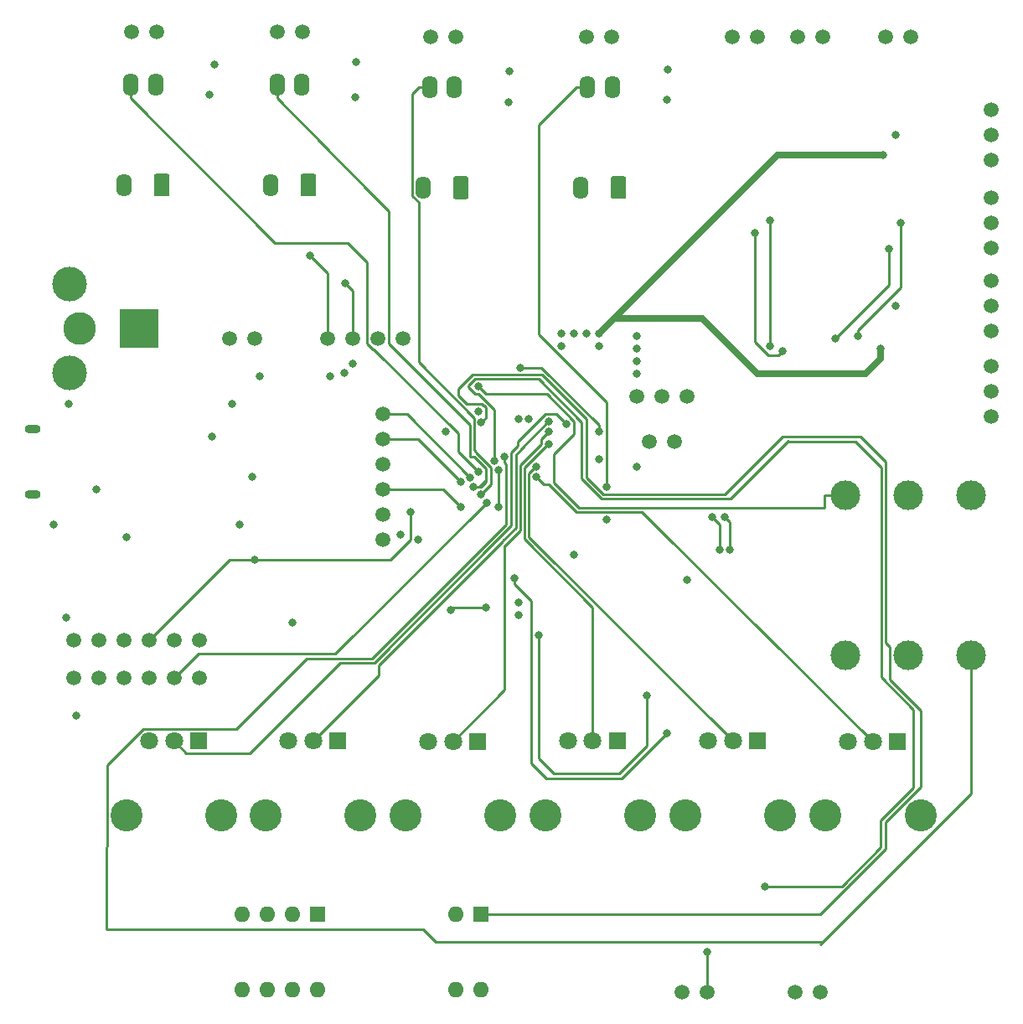
<source format=gbr>
G04 #@! TF.GenerationSoftware,KiCad,Pcbnew,(5.1.5)-3*
G04 #@! TF.CreationDate,2020-04-16T22:09:37-07:00*
G04 #@! TF.ProjectId,Digital_Board_Rev_1,44696769-7461-46c5-9f42-6f6172645f52,rev?*
G04 #@! TF.SameCoordinates,Original*
G04 #@! TF.FileFunction,Copper,L4,Bot*
G04 #@! TF.FilePolarity,Positive*
%FSLAX46Y46*%
G04 Gerber Fmt 4.6, Leading zero omitted, Abs format (unit mm)*
G04 Created by KiCad (PCBNEW (5.1.5)-3) date 2020-04-16 22:09:37*
%MOMM*%
%LPD*%
G04 APERTURE LIST*
%ADD10O,1.200000X0.500000*%
%ADD11O,1.597660X0.899160*%
%ADD12C,1.506220*%
%ADD13C,3.500000*%
%ADD14C,3.300000*%
%ADD15R,4.000000X4.000000*%
%ADD16C,3.000000*%
%ADD17O,1.570000X2.290000*%
%ADD18C,0.100000*%
%ADD19O,1.600000X1.600000*%
%ADD20R,1.600000X1.600000*%
%ADD21C,3.240000*%
%ADD22C,1.800000*%
%ADD23R,1.800000X1.800000*%
%ADD24C,0.800000*%
%ADD25C,0.250000*%
%ADD26C,0.635000*%
G04 APERTURE END LIST*
D10*
X26794000Y-74420000D03*
X26794000Y-67820000D03*
D11*
X26794460Y-74419460D03*
X26794460Y-67820540D03*
D12*
X115570000Y-28194000D03*
X113030000Y-28194000D03*
X92456000Y-124714000D03*
X94996000Y-124714000D03*
X103886000Y-124714000D03*
X106426000Y-124714000D03*
D13*
X30592000Y-62158000D03*
X30592000Y-53158000D03*
D14*
X31592000Y-57658000D03*
D15*
X37592000Y-57658000D03*
D16*
X121666000Y-74478000D03*
X115316000Y-74478000D03*
X121666000Y-90678000D03*
X115316000Y-90678000D03*
X108966000Y-74478000D03*
X108966000Y-90678000D03*
D12*
X106680000Y-28194000D03*
X104140000Y-28194000D03*
X100076000Y-28194000D03*
X97536000Y-28194000D03*
D17*
X39240860Y-33010320D03*
X36710860Y-33010320D03*
X36070860Y-43170320D03*
G04 #@! TA.AperFunction,ComponentPad*
D18*
G36*
X40440698Y-42026522D02*
G01*
X40464930Y-42030117D01*
X40488694Y-42036069D01*
X40511759Y-42044322D01*
X40533905Y-42054796D01*
X40554917Y-42067390D01*
X40574594Y-42081983D01*
X40592745Y-42098435D01*
X40609197Y-42116586D01*
X40623790Y-42136263D01*
X40636384Y-42157275D01*
X40646858Y-42179421D01*
X40655111Y-42202486D01*
X40661063Y-42226250D01*
X40664658Y-42250482D01*
X40665860Y-42274950D01*
X40665860Y-44065690D01*
X40664658Y-44090158D01*
X40661063Y-44114390D01*
X40655111Y-44138154D01*
X40646858Y-44161219D01*
X40636384Y-44183365D01*
X40623790Y-44204377D01*
X40609197Y-44224054D01*
X40592745Y-44242205D01*
X40574594Y-44258657D01*
X40554917Y-44273250D01*
X40533905Y-44285844D01*
X40511759Y-44296318D01*
X40488694Y-44304571D01*
X40464930Y-44310523D01*
X40440698Y-44314118D01*
X40416230Y-44315320D01*
X39345490Y-44315320D01*
X39321022Y-44314118D01*
X39296790Y-44310523D01*
X39273026Y-44304571D01*
X39249961Y-44296318D01*
X39227815Y-44285844D01*
X39206803Y-44273250D01*
X39187126Y-44258657D01*
X39168975Y-44242205D01*
X39152523Y-44224054D01*
X39137930Y-44204377D01*
X39125336Y-44183365D01*
X39114862Y-44161219D01*
X39106609Y-44138154D01*
X39100657Y-44114390D01*
X39097062Y-44090158D01*
X39095860Y-44065690D01*
X39095860Y-42274950D01*
X39097062Y-42250482D01*
X39100657Y-42226250D01*
X39106609Y-42202486D01*
X39114862Y-42179421D01*
X39125336Y-42157275D01*
X39137930Y-42136263D01*
X39152523Y-42116586D01*
X39168975Y-42098435D01*
X39187126Y-42081983D01*
X39206803Y-42067390D01*
X39227815Y-42054796D01*
X39249961Y-42044322D01*
X39273026Y-42036069D01*
X39296790Y-42030117D01*
X39321022Y-42026522D01*
X39345490Y-42025320D01*
X40416230Y-42025320D01*
X40440698Y-42026522D01*
G37*
G04 #@! TD.AperFunction*
D17*
X54050860Y-33010320D03*
X51520860Y-33010320D03*
X50880860Y-43170320D03*
G04 #@! TA.AperFunction,ComponentPad*
D18*
G36*
X55250698Y-42026522D02*
G01*
X55274930Y-42030117D01*
X55298694Y-42036069D01*
X55321759Y-42044322D01*
X55343905Y-42054796D01*
X55364917Y-42067390D01*
X55384594Y-42081983D01*
X55402745Y-42098435D01*
X55419197Y-42116586D01*
X55433790Y-42136263D01*
X55446384Y-42157275D01*
X55456858Y-42179421D01*
X55465111Y-42202486D01*
X55471063Y-42226250D01*
X55474658Y-42250482D01*
X55475860Y-42274950D01*
X55475860Y-44065690D01*
X55474658Y-44090158D01*
X55471063Y-44114390D01*
X55465111Y-44138154D01*
X55456858Y-44161219D01*
X55446384Y-44183365D01*
X55433790Y-44204377D01*
X55419197Y-44224054D01*
X55402745Y-44242205D01*
X55384594Y-44258657D01*
X55364917Y-44273250D01*
X55343905Y-44285844D01*
X55321759Y-44296318D01*
X55298694Y-44304571D01*
X55274930Y-44310523D01*
X55250698Y-44314118D01*
X55226230Y-44315320D01*
X54155490Y-44315320D01*
X54131022Y-44314118D01*
X54106790Y-44310523D01*
X54083026Y-44304571D01*
X54059961Y-44296318D01*
X54037815Y-44285844D01*
X54016803Y-44273250D01*
X53997126Y-44258657D01*
X53978975Y-44242205D01*
X53962523Y-44224054D01*
X53947930Y-44204377D01*
X53935336Y-44183365D01*
X53924862Y-44161219D01*
X53916609Y-44138154D01*
X53910657Y-44114390D01*
X53907062Y-44090158D01*
X53905860Y-44065690D01*
X53905860Y-42274950D01*
X53907062Y-42250482D01*
X53910657Y-42226250D01*
X53916609Y-42202486D01*
X53924862Y-42179421D01*
X53935336Y-42157275D01*
X53947930Y-42136263D01*
X53962523Y-42116586D01*
X53978975Y-42098435D01*
X53997126Y-42081983D01*
X54016803Y-42067390D01*
X54037815Y-42054796D01*
X54059961Y-42044322D01*
X54083026Y-42036069D01*
X54106790Y-42030117D01*
X54131022Y-42026522D01*
X54155490Y-42025320D01*
X55226230Y-42025320D01*
X55250698Y-42026522D01*
G37*
G04 #@! TD.AperFunction*
D17*
X69464000Y-33274000D03*
X66934000Y-33274000D03*
X66294000Y-43434000D03*
G04 #@! TA.AperFunction,ComponentPad*
D18*
G36*
X70663838Y-42290202D02*
G01*
X70688070Y-42293797D01*
X70711834Y-42299749D01*
X70734899Y-42308002D01*
X70757045Y-42318476D01*
X70778057Y-42331070D01*
X70797734Y-42345663D01*
X70815885Y-42362115D01*
X70832337Y-42380266D01*
X70846930Y-42399943D01*
X70859524Y-42420955D01*
X70869998Y-42443101D01*
X70878251Y-42466166D01*
X70884203Y-42489930D01*
X70887798Y-42514162D01*
X70889000Y-42538630D01*
X70889000Y-44329370D01*
X70887798Y-44353838D01*
X70884203Y-44378070D01*
X70878251Y-44401834D01*
X70869998Y-44424899D01*
X70859524Y-44447045D01*
X70846930Y-44468057D01*
X70832337Y-44487734D01*
X70815885Y-44505885D01*
X70797734Y-44522337D01*
X70778057Y-44536930D01*
X70757045Y-44549524D01*
X70734899Y-44559998D01*
X70711834Y-44568251D01*
X70688070Y-44574203D01*
X70663838Y-44577798D01*
X70639370Y-44579000D01*
X69568630Y-44579000D01*
X69544162Y-44577798D01*
X69519930Y-44574203D01*
X69496166Y-44568251D01*
X69473101Y-44559998D01*
X69450955Y-44549524D01*
X69429943Y-44536930D01*
X69410266Y-44522337D01*
X69392115Y-44505885D01*
X69375663Y-44487734D01*
X69361070Y-44468057D01*
X69348476Y-44447045D01*
X69338002Y-44424899D01*
X69329749Y-44401834D01*
X69323797Y-44378070D01*
X69320202Y-44353838D01*
X69319000Y-44329370D01*
X69319000Y-42538630D01*
X69320202Y-42514162D01*
X69323797Y-42489930D01*
X69329749Y-42466166D01*
X69338002Y-42443101D01*
X69348476Y-42420955D01*
X69361070Y-42399943D01*
X69375663Y-42380266D01*
X69392115Y-42362115D01*
X69410266Y-42345663D01*
X69429943Y-42331070D01*
X69450955Y-42318476D01*
X69473101Y-42308002D01*
X69496166Y-42299749D01*
X69519930Y-42293797D01*
X69544162Y-42290202D01*
X69568630Y-42289000D01*
X70639370Y-42289000D01*
X70663838Y-42290202D01*
G37*
G04 #@! TD.AperFunction*
D17*
X85390860Y-33264320D03*
X82860860Y-33264320D03*
X82220860Y-43424320D03*
G04 #@! TA.AperFunction,ComponentPad*
D18*
G36*
X86590698Y-42280522D02*
G01*
X86614930Y-42284117D01*
X86638694Y-42290069D01*
X86661759Y-42298322D01*
X86683905Y-42308796D01*
X86704917Y-42321390D01*
X86724594Y-42335983D01*
X86742745Y-42352435D01*
X86759197Y-42370586D01*
X86773790Y-42390263D01*
X86786384Y-42411275D01*
X86796858Y-42433421D01*
X86805111Y-42456486D01*
X86811063Y-42480250D01*
X86814658Y-42504482D01*
X86815860Y-42528950D01*
X86815860Y-44319690D01*
X86814658Y-44344158D01*
X86811063Y-44368390D01*
X86805111Y-44392154D01*
X86796858Y-44415219D01*
X86786384Y-44437365D01*
X86773790Y-44458377D01*
X86759197Y-44478054D01*
X86742745Y-44496205D01*
X86724594Y-44512657D01*
X86704917Y-44527250D01*
X86683905Y-44539844D01*
X86661759Y-44550318D01*
X86638694Y-44558571D01*
X86614930Y-44564523D01*
X86590698Y-44568118D01*
X86566230Y-44569320D01*
X85495490Y-44569320D01*
X85471022Y-44568118D01*
X85446790Y-44564523D01*
X85423026Y-44558571D01*
X85399961Y-44550318D01*
X85377815Y-44539844D01*
X85356803Y-44527250D01*
X85337126Y-44512657D01*
X85318975Y-44496205D01*
X85302523Y-44478054D01*
X85287930Y-44458377D01*
X85275336Y-44437365D01*
X85264862Y-44415219D01*
X85256609Y-44392154D01*
X85250657Y-44368390D01*
X85247062Y-44344158D01*
X85245860Y-44319690D01*
X85245860Y-42528950D01*
X85247062Y-42504482D01*
X85250657Y-42480250D01*
X85256609Y-42456486D01*
X85264862Y-42433421D01*
X85275336Y-42411275D01*
X85287930Y-42390263D01*
X85302523Y-42370586D01*
X85318975Y-42352435D01*
X85337126Y-42335983D01*
X85356803Y-42321390D01*
X85377815Y-42308796D01*
X85399961Y-42298322D01*
X85423026Y-42290069D01*
X85446790Y-42284117D01*
X85471022Y-42280522D01*
X85495490Y-42279320D01*
X86566230Y-42279320D01*
X86590698Y-42280522D01*
G37*
G04 #@! TD.AperFunction*
D19*
X72136000Y-124460000D03*
X69596000Y-116840000D03*
X69596000Y-124460000D03*
D20*
X72136000Y-116840000D03*
D19*
X55626000Y-124460000D03*
X48006000Y-116840000D03*
X53086000Y-124460000D03*
X50546000Y-116840000D03*
X50546000Y-124460000D03*
X53086000Y-116840000D03*
X48006000Y-124460000D03*
D20*
X55626000Y-116840000D03*
D21*
X116551140Y-106871680D03*
X106951140Y-106871680D03*
D22*
X109251140Y-99371680D03*
X111751140Y-99371680D03*
D23*
X114251140Y-99371680D03*
D21*
X102376000Y-106814000D03*
X92776000Y-106814000D03*
D22*
X95076000Y-99314000D03*
X97576000Y-99314000D03*
D23*
X100076000Y-99314000D03*
D21*
X88235140Y-106847680D03*
X78635140Y-106847680D03*
D22*
X80935140Y-99347680D03*
X83435140Y-99347680D03*
D23*
X85935140Y-99347680D03*
D21*
X74103140Y-106861680D03*
X64503140Y-106861680D03*
D22*
X66803140Y-99361680D03*
X69303140Y-99361680D03*
D23*
X71803140Y-99361680D03*
D21*
X59958000Y-106814000D03*
X50358000Y-106814000D03*
D22*
X52658000Y-99314000D03*
X55158000Y-99314000D03*
D23*
X57658000Y-99314000D03*
D21*
X45909140Y-106837680D03*
X36309140Y-106837680D03*
D22*
X38609140Y-99337680D03*
X41109140Y-99337680D03*
D23*
X43609140Y-99337680D03*
D12*
X46736000Y-58674000D03*
X49276000Y-58674000D03*
X62230000Y-78994000D03*
X62230000Y-76454000D03*
X62230000Y-73914000D03*
X62230000Y-71374000D03*
X62230000Y-68834000D03*
X62230000Y-66294000D03*
X91694000Y-69088000D03*
X89154000Y-69088000D03*
X56642000Y-58674000D03*
X59182000Y-58674000D03*
X61722000Y-58674000D03*
X64262000Y-58674000D03*
X92964000Y-64516000D03*
X90424000Y-64516000D03*
X87884000Y-64516000D03*
X43688000Y-92964000D03*
X41148000Y-92964000D03*
X38608000Y-92964000D03*
X36068000Y-92964000D03*
X33528000Y-92964000D03*
X30988000Y-92964000D03*
X43688000Y-89154000D03*
X41148000Y-89154000D03*
X38608000Y-89154000D03*
X36068000Y-89154000D03*
X33528000Y-89154000D03*
X30988000Y-89154000D03*
X39370000Y-27686000D03*
X36830000Y-27686000D03*
X54102000Y-27686000D03*
X51562000Y-27686000D03*
X85344000Y-28194000D03*
X82804000Y-28194000D03*
X69596000Y-28194000D03*
X67056000Y-28194000D03*
X123698000Y-44450000D03*
X123698000Y-46990000D03*
X123698000Y-49530000D03*
X123698000Y-40640000D03*
X123698000Y-38100000D03*
X123698000Y-35560000D03*
X123698000Y-61468000D03*
X123698000Y-64008000D03*
X123698000Y-66548000D03*
X123698000Y-57912000D03*
X123698000Y-55372000D03*
X123698000Y-52832000D03*
D24*
X46990000Y-65278000D03*
X44958000Y-68580000D03*
X49784000Y-62484000D03*
X47752000Y-77470000D03*
X49022000Y-72644000D03*
X75946000Y-85344000D03*
X71882000Y-66040000D03*
X64008000Y-78486000D03*
X76962000Y-66802000D03*
X80264000Y-59436000D03*
X80264000Y-58166000D03*
X81534000Y-58166000D03*
X82804000Y-58166000D03*
X84074000Y-58166000D03*
X84074000Y-59436000D03*
X112776000Y-40132000D03*
X112522000Y-59690000D03*
X84836000Y-76962000D03*
X28956000Y-77470000D03*
X30480000Y-65278000D03*
X54864000Y-50292000D03*
X30226000Y-86868000D03*
X33274000Y-73914000D03*
X36322000Y-78740000D03*
X75946000Y-86614000D03*
X68580000Y-68072000D03*
X65786000Y-78994000D03*
X75946000Y-66802000D03*
X56896000Y-62484000D03*
X58293000Y-62103000D03*
X59182000Y-61214000D03*
X91036021Y-31504021D03*
X75034021Y-31645979D03*
X59540021Y-30742021D03*
X45212000Y-30988000D03*
X81534000Y-80518000D03*
X92964000Y-83058000D03*
X114046000Y-38100000D03*
X114046000Y-55372000D03*
X84090237Y-70861154D03*
X31242000Y-96774000D03*
X53086000Y-87376000D03*
X72690701Y-75254051D03*
X44704000Y-34036000D03*
X87884000Y-62230000D03*
X87884000Y-60960000D03*
X87884000Y-59690000D03*
X87884000Y-58420000D03*
X59436000Y-34290000D03*
X74930000Y-34798000D03*
X90932000Y-34544000D03*
X58420000Y-53086000D03*
X87884000Y-71628000D03*
X76144087Y-61599989D03*
X84074000Y-68072000D03*
X72136000Y-74422000D03*
X84836000Y-73660000D03*
X71374000Y-73660000D03*
X71882000Y-72136000D03*
X49276000Y-81026000D03*
X65024000Y-76200000D03*
X77941000Y-88646000D03*
X88900000Y-94742000D03*
X96266000Y-80010000D03*
X95504000Y-76708000D03*
X75556127Y-82922127D03*
X90932000Y-98552000D03*
X97282000Y-80010000D03*
X96774000Y-76708000D03*
X70104000Y-75692000D03*
X70104000Y-73152000D03*
X71049949Y-72690701D03*
X72644000Y-85852000D03*
X69088000Y-86106000D03*
X72169420Y-67151631D03*
X107950000Y-58674000D03*
X113339501Y-49585501D03*
X110236000Y-58420000D03*
X114554000Y-46990000D03*
X71882000Y-63500000D03*
X80772000Y-67310000D03*
X78994000Y-67056000D03*
X78994000Y-68072000D03*
X78994000Y-69342000D03*
X77728653Y-71623347D03*
X77724000Y-72644000D03*
X74473959Y-70653260D03*
X101346000Y-59436000D03*
X101346000Y-46736000D03*
X102616000Y-59944000D03*
X99822000Y-48006000D03*
X94996000Y-120650000D03*
X73914000Y-75692000D03*
X73914001Y-71934439D03*
X73503359Y-71022641D03*
X100838000Y-114046000D03*
D25*
X56642000Y-58674000D02*
X56642000Y-52070000D01*
X56642000Y-52070000D02*
X54864000Y-50292000D01*
D26*
X84074000Y-58166000D02*
X102108000Y-40132000D01*
X106426000Y-40132000D02*
X112776000Y-40132000D01*
X102108000Y-40132000D02*
X106426000Y-40132000D01*
X112522000Y-60706000D02*
X112522000Y-59690000D01*
X85598000Y-56642000D02*
X94488000Y-56642000D01*
X100076000Y-62230000D02*
X110998000Y-62230000D01*
X84074000Y-58166000D02*
X85598000Y-56642000D01*
X94488000Y-56642000D02*
X100076000Y-62230000D01*
X110998000Y-62230000D02*
X112522000Y-60706000D01*
D25*
X41148000Y-92964000D02*
X43572020Y-90539980D01*
X57404772Y-90539980D02*
X72690701Y-75254051D01*
X43572020Y-90539980D02*
X57404772Y-90539980D01*
X59182000Y-58674000D02*
X59182000Y-53848000D01*
X59182000Y-53848000D02*
X58420000Y-53086000D01*
X76144087Y-61599989D02*
X78238399Y-61599989D01*
X84074000Y-67435590D02*
X84074000Y-68072000D01*
X78238399Y-61599989D02*
X84074000Y-67435590D01*
X73152000Y-72644000D02*
X73152000Y-71696588D01*
X73152000Y-73406000D02*
X72136000Y-74422000D01*
X73152000Y-71696588D02*
X73152000Y-73406000D01*
X65899000Y-33274000D02*
X66934000Y-33274000D01*
X65183990Y-33989010D02*
X65899000Y-33274000D01*
X65183990Y-44253781D02*
X65183990Y-33989010D01*
X65834219Y-61065221D02*
X65834219Y-44904010D01*
X71444420Y-66675422D02*
X65834219Y-61065221D01*
X65834219Y-44904010D02*
X65183990Y-44253781D01*
X71444420Y-69920420D02*
X71444420Y-66675422D01*
X71617403Y-70093403D02*
X71444420Y-69920420D01*
X71617403Y-70161991D02*
X71617403Y-70093403D01*
X73152000Y-71696588D02*
X71617403Y-70161991D01*
X84836000Y-71701998D02*
X84836000Y-73660000D01*
X84799001Y-71664999D02*
X84836000Y-71701998D01*
X81825860Y-33264320D02*
X77978000Y-37112180D01*
X82860860Y-33264320D02*
X81825860Y-33264320D01*
X84836000Y-65081002D02*
X84836000Y-69850000D01*
X77978000Y-58223002D02*
X84836000Y-65081002D01*
X77978000Y-37112180D02*
X77978000Y-58223002D01*
X84836000Y-69850000D02*
X84799001Y-71664999D01*
X51520860Y-34405320D02*
X51520860Y-33010320D01*
X72607001Y-71787999D02*
X71431002Y-70612000D01*
X72136000Y-73660000D02*
X71374000Y-73660000D01*
X72607001Y-73188999D02*
X72607001Y-71787999D01*
X72607001Y-73188999D02*
X72136000Y-73660000D01*
X72607001Y-72992684D02*
X72607001Y-71882000D01*
X71374000Y-73660000D02*
X71939685Y-73660000D01*
X71939685Y-73660000D02*
X72607001Y-72992684D01*
X71431002Y-70612000D02*
X70994410Y-70612000D01*
X62800111Y-45782111D02*
X60960000Y-43942000D01*
X62800111Y-59191494D02*
X62800111Y-45782111D01*
X70994410Y-67385793D02*
X62800111Y-59191494D01*
X70994410Y-70612000D02*
X70994410Y-67385793D01*
X60960000Y-43942000D02*
X51520860Y-34405320D01*
X39370000Y-32881180D02*
X39240860Y-33010320D01*
X70866000Y-71120000D02*
X71882000Y-72136000D01*
X36710860Y-33010320D02*
X36710860Y-34405320D01*
X36710860Y-34405320D02*
X51327540Y-49022000D01*
X70866000Y-71120000D02*
X69850000Y-70104000D01*
X61333113Y-59752111D02*
X69850000Y-68268998D01*
X61204506Y-59752111D02*
X61333113Y-59752111D01*
X60643889Y-50991889D02*
X60643889Y-59191494D01*
X60643889Y-59191494D02*
X61204506Y-59752111D01*
X58674000Y-49022000D02*
X60643889Y-50991889D01*
X69850000Y-68268998D02*
X69850000Y-70104000D01*
X51327540Y-49022000D02*
X58674000Y-49022000D01*
X49276000Y-81026000D02*
X62992000Y-81026000D01*
X62992000Y-81026000D02*
X65024000Y-78994000D01*
X65024000Y-78994000D02*
X65024000Y-76200000D01*
X46736000Y-81026000D02*
X49276000Y-81026000D01*
X38608000Y-89154000D02*
X46736000Y-81026000D01*
X77941000Y-88646000D02*
X77941000Y-101055000D01*
X77941000Y-101055000D02*
X79502000Y-102616000D01*
X79502000Y-102616000D02*
X86106000Y-102616000D01*
X86106000Y-102616000D02*
X88900000Y-99822000D01*
X88900000Y-99822000D02*
X88900000Y-94742000D01*
X96266000Y-80010000D02*
X96266000Y-77470000D01*
X96266000Y-77470000D02*
X95504000Y-76708000D01*
X75556127Y-83487812D02*
X77216000Y-85147685D01*
X75556127Y-82922127D02*
X75556127Y-83487812D01*
X77216000Y-85147685D02*
X77216000Y-97441542D01*
X77216000Y-97441542D02*
X77216000Y-101600000D01*
X77216000Y-101600000D02*
X78740000Y-103124000D01*
X78740000Y-103124000D02*
X84543822Y-103124000D01*
X84543822Y-103124000D02*
X86360000Y-103124000D01*
X86360000Y-103124000D02*
X90932000Y-98552000D01*
X97282000Y-80010000D02*
X97282000Y-77216000D01*
X97282000Y-77216000D02*
X96774000Y-76708000D01*
X68326000Y-73914000D02*
X62230000Y-73914000D01*
X70104000Y-75692000D02*
X68326000Y-73914000D01*
X62230000Y-68834000D02*
X65786000Y-68834000D01*
X65786000Y-68834000D02*
X70104000Y-73152000D01*
X62230000Y-66294000D02*
X64653248Y-66294000D01*
X64653248Y-66294000D02*
X71049949Y-72690701D01*
X72644000Y-85852000D02*
X69342000Y-85852000D01*
X69342000Y-85852000D02*
X69088000Y-86106000D01*
X110490000Y-68580000D02*
X113030000Y-71120000D01*
X102616000Y-68580000D02*
X110490000Y-68580000D01*
X96810999Y-74385001D02*
X102616000Y-68580000D01*
X82804000Y-72701002D02*
X84487999Y-74385001D01*
X72455500Y-65466500D02*
X72381502Y-65466500D01*
X70720407Y-65314999D02*
X69850000Y-64444592D01*
X84487999Y-74385001D02*
X96810999Y-74385001D01*
X72381502Y-65466500D02*
X72230001Y-65314999D01*
X72607001Y-65618001D02*
X72455500Y-65466500D01*
X72607001Y-66714050D02*
X72607001Y-65618001D01*
X82804000Y-66802000D02*
X82804000Y-72701002D01*
X72169420Y-67151631D02*
X72607001Y-66714050D01*
X72230001Y-65314999D02*
X70720407Y-65314999D01*
X113490999Y-89868999D02*
X113490999Y-93170999D01*
X113030000Y-71120000D02*
X113030000Y-89408000D01*
X113030000Y-89408000D02*
X113490999Y-89868999D01*
X113490999Y-93170999D02*
X116586000Y-96266000D01*
X116586000Y-103958218D02*
X113030000Y-107514218D01*
X116586000Y-96266000D02*
X116586000Y-103958218D01*
X113030000Y-107514218D02*
X113030000Y-110236000D01*
X106426000Y-116840000D02*
X102870000Y-116840000D01*
X113030000Y-110236000D02*
X106426000Y-116840000D01*
X102870000Y-116840000D02*
X72136000Y-116840000D01*
X71279011Y-62324989D02*
X78326989Y-62324989D01*
X78326989Y-62324989D02*
X82804000Y-66802000D01*
X69850000Y-63754000D02*
X71279011Y-62324989D01*
X69850000Y-64444592D02*
X69850000Y-63754000D01*
X113339501Y-53284499D02*
X113339501Y-49585501D01*
X107950000Y-58674000D02*
X113339501Y-53284499D01*
X114554000Y-53536315D02*
X114554000Y-48514000D01*
X110236000Y-57854315D02*
X114554000Y-53536315D01*
X110236000Y-58420000D02*
X110236000Y-57854315D01*
X114554000Y-49022000D02*
X114554000Y-48514000D01*
X114554000Y-48514000D02*
X114554000Y-46990000D01*
X106844680Y-74478000D02*
X108966000Y-74478000D01*
X82011399Y-75786989D02*
X106839011Y-75786989D01*
X106839011Y-74483669D02*
X106844680Y-74478000D01*
X81570999Y-67035997D02*
X81570999Y-68289001D01*
X79502000Y-73277590D02*
X82011399Y-75786989D01*
X78797002Y-64262000D02*
X81570999Y-67035997D01*
X106839011Y-75786989D02*
X106839011Y-74483669D01*
X81570999Y-68289001D02*
X79502000Y-70358000D01*
X79502000Y-70358000D02*
X79502000Y-73277590D01*
X71882000Y-63500000D02*
X72644000Y-64262000D01*
X72644000Y-64262000D02*
X73152000Y-64262000D01*
X73152000Y-64262000D02*
X78797002Y-64262000D01*
X42334141Y-100562681D02*
X48789319Y-100562681D01*
X41109140Y-99337680D02*
X42334141Y-100562681D01*
X57912000Y-91440000D02*
X61367980Y-91440000D01*
X48789319Y-100562681D02*
X57912000Y-91440000D01*
X61367980Y-91440000D02*
X73863990Y-78943990D01*
X73863991Y-78915599D02*
X74930000Y-77849590D01*
X73863990Y-78943990D02*
X73863991Y-78915599D01*
X74930000Y-77849590D02*
X75198959Y-77580631D01*
X75198960Y-70214630D02*
X75880183Y-69533407D01*
X75198959Y-77580631D02*
X75198960Y-70214630D01*
X79792999Y-66330999D02*
X80772000Y-67310000D01*
X78645999Y-66330999D02*
X79792999Y-66330999D01*
X75880183Y-69533407D02*
X75880183Y-69096815D01*
X75880183Y-69096815D02*
X78645999Y-66330999D01*
X76200000Y-69850000D02*
X78936998Y-67056000D01*
X75648969Y-70401031D02*
X76200000Y-69850000D01*
X75648969Y-77767031D02*
X75648969Y-70401031D01*
X78936998Y-67056000D02*
X78994000Y-67056000D01*
X55158000Y-99314000D02*
X61762000Y-92710000D01*
X74314000Y-79130390D02*
X74314000Y-79102000D01*
X61762000Y-92710000D02*
X61762000Y-91682390D01*
X74314000Y-79102000D02*
X75648969Y-77767031D01*
X61762000Y-91682390D02*
X74314000Y-79130390D01*
X69303140Y-99361680D02*
X74500400Y-94164420D01*
X74500400Y-79580400D02*
X74597600Y-79580400D01*
X74597600Y-79580400D02*
X76098979Y-78079021D01*
X74500400Y-94164420D02*
X74500400Y-79580400D01*
X78268999Y-68797001D02*
X78486000Y-68580000D01*
X78268999Y-69305001D02*
X78268999Y-68797001D01*
X76098979Y-71475021D02*
X78268999Y-69305001D01*
X76098979Y-78079021D02*
X76098979Y-71475021D01*
X78486000Y-68580000D02*
X78994000Y-68072000D01*
X83435140Y-99347680D02*
X83435140Y-85809550D01*
X76548989Y-78923399D02*
X76548989Y-71730009D01*
X76548989Y-71730009D02*
X78936998Y-69342000D01*
X83435140Y-85809550D02*
X76548989Y-78923399D01*
X78936998Y-69342000D02*
X78994000Y-69342000D01*
X77671651Y-71623347D02*
X77728653Y-71623347D01*
X76998999Y-72295999D02*
X77671651Y-71623347D01*
X97576000Y-99314000D02*
X76998999Y-78736999D01*
X76998999Y-78736999D02*
X76998999Y-72295999D01*
X81824999Y-76236999D02*
X88428999Y-76236999D01*
X78994000Y-73406000D02*
X81824999Y-76236999D01*
X78486000Y-73406000D02*
X78994000Y-73406000D01*
X78486000Y-73406000D02*
X77724000Y-72644000D01*
X88428999Y-76236999D02*
X90170000Y-77978000D01*
X111751140Y-99371680D02*
X90170000Y-77978000D01*
X121666000Y-104635422D02*
X121666000Y-92799320D01*
X74639001Y-77504179D02*
X61153190Y-90989990D01*
X74473959Y-71218945D02*
X74639001Y-71383987D01*
X74473959Y-70653260D02*
X74473959Y-71218945D01*
X121666000Y-92799320D02*
X121666000Y-90678000D01*
X74639001Y-71383987D02*
X74639001Y-77504179D01*
X54552010Y-90989990D02*
X47429321Y-98112679D01*
X47429321Y-98112679D02*
X38021139Y-98112679D01*
X61153190Y-90989990D02*
X54552010Y-90989990D01*
X38021139Y-98112679D02*
X34364139Y-101769679D01*
X108197711Y-118116289D02*
X106426000Y-119888000D01*
X108197711Y-118103711D02*
X108197711Y-118116289D01*
X108197711Y-118103711D02*
X121666000Y-104635422D01*
X67590739Y-119627711D02*
X66327028Y-118364000D01*
X106673711Y-119627711D02*
X67590739Y-119627711D01*
X106673711Y-119627711D02*
X108197711Y-118103711D01*
X66327028Y-118364000D02*
X34290000Y-118364000D01*
X34364139Y-101769679D02*
X34290000Y-118364000D01*
X101346000Y-59436000D02*
X101346000Y-46736000D01*
X102616000Y-59944000D02*
X102216001Y-60343999D01*
X101180997Y-60343999D02*
X99822000Y-58985002D01*
X102216001Y-60343999D02*
X101180997Y-60343999D01*
X99822000Y-58985002D02*
X99822000Y-48006000D01*
X94996000Y-124714000D02*
X94996000Y-120650000D01*
X73914000Y-75126315D02*
X73914000Y-75692000D01*
X73914001Y-71934439D02*
X73914000Y-75126315D01*
X71533999Y-64225001D02*
X70866000Y-63557002D01*
X71850411Y-64225001D02*
X71533999Y-64225001D01*
X73503359Y-71022641D02*
X73503359Y-65877949D01*
X73503359Y-65877949D02*
X71850411Y-64225001D01*
X77946411Y-62774999D02*
X82296000Y-67124588D01*
X71533999Y-62774999D02*
X77946411Y-62774999D01*
X70866000Y-63557002D02*
X70866000Y-63442998D01*
X70866000Y-63442998D02*
X71533999Y-62774999D01*
X84301599Y-74835011D02*
X97376989Y-74835011D01*
X82296000Y-67124588D02*
X82296000Y-72829412D01*
X82296000Y-72829412D02*
X84301599Y-74835011D01*
X97376989Y-74835011D02*
X103181990Y-69030010D01*
X109982000Y-69088000D02*
X112579990Y-71685990D01*
X103181990Y-69030010D02*
X103239980Y-69088000D01*
X103239980Y-69088000D02*
X109982000Y-69088000D01*
X112579990Y-71685990D02*
X112579990Y-92896400D01*
X112579990Y-92896400D02*
X115824000Y-96140410D01*
X112522000Y-107385808D02*
X112522000Y-110107590D01*
X115824000Y-96140410D02*
X115824000Y-104083808D01*
X115824000Y-104083808D02*
X112522000Y-107385808D01*
X112522000Y-110107590D02*
X108583590Y-114046000D01*
X108583590Y-114046000D02*
X100838000Y-114046000D01*
M02*

</source>
